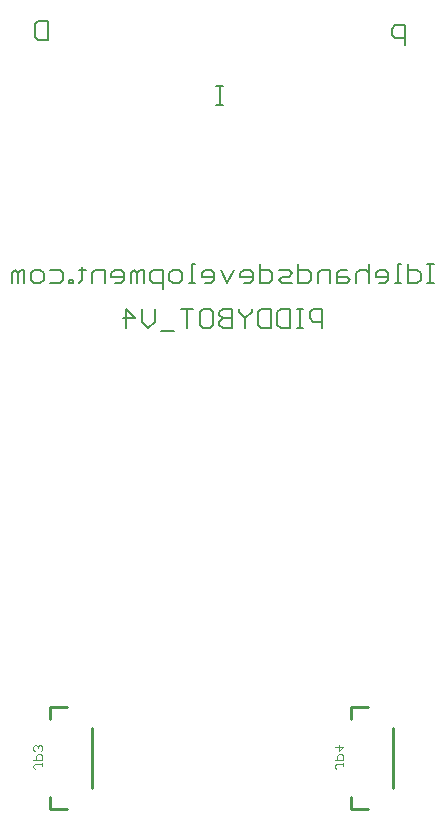
<source format=gbo>
G75*
%MOIN*%
%OFA0B0*%
%FSLAX24Y24*%
%IPPOS*%
%LPD*%
%AMOC8*
5,1,8,0,0,1.08239X$1,22.5*
%
%ADD10C,0.0060*%
%ADD11C,0.0100*%
%ADD12C,0.0030*%
D10*
X006465Y019209D02*
X006465Y019850D01*
X006785Y019529D01*
X006358Y019529D01*
X007002Y019423D02*
X007002Y019850D01*
X007002Y019423D02*
X007216Y019209D01*
X007429Y019423D01*
X007429Y019850D01*
X007698Y020492D02*
X007698Y021132D01*
X007378Y021132D01*
X007271Y021025D01*
X007271Y020812D01*
X007378Y020705D01*
X007698Y020705D01*
X007915Y020812D02*
X007915Y021025D01*
X008022Y021132D01*
X008236Y021132D01*
X008343Y021025D01*
X008343Y020812D01*
X008236Y020705D01*
X008022Y020705D01*
X007915Y020812D01*
X008559Y020705D02*
X008772Y020705D01*
X008665Y020705D02*
X008665Y021346D01*
X008772Y021346D01*
X008990Y021025D02*
X008990Y020919D01*
X009417Y020919D01*
X009417Y021025D02*
X009310Y021132D01*
X009096Y021132D01*
X008990Y021025D01*
X009096Y020705D02*
X009310Y020705D01*
X009417Y020812D01*
X009417Y021025D01*
X009634Y021132D02*
X009848Y020705D01*
X010061Y021132D01*
X010279Y021025D02*
X010279Y020919D01*
X010706Y020919D01*
X010706Y021025D02*
X010599Y021132D01*
X010386Y021132D01*
X010279Y021025D01*
X010386Y020705D02*
X010599Y020705D01*
X010706Y020812D01*
X010706Y021025D01*
X010923Y021132D02*
X011244Y021132D01*
X011350Y021025D01*
X011350Y020812D01*
X011244Y020705D01*
X010923Y020705D01*
X010923Y021346D01*
X011568Y021132D02*
X011888Y021132D01*
X011995Y021025D01*
X011888Y020919D01*
X011675Y020919D01*
X011568Y020812D01*
X011675Y020705D01*
X011995Y020705D01*
X012212Y020705D02*
X012533Y020705D01*
X012639Y020812D01*
X012639Y021025D01*
X012533Y021132D01*
X012212Y021132D01*
X012212Y021346D02*
X012212Y020705D01*
X012857Y020705D02*
X012857Y021025D01*
X012964Y021132D01*
X013284Y021132D01*
X013284Y020705D01*
X013502Y020705D02*
X013502Y021025D01*
X013608Y021132D01*
X013822Y021132D01*
X013822Y020919D02*
X013502Y020919D01*
X013502Y020705D02*
X013822Y020705D01*
X013929Y020812D01*
X013822Y020919D01*
X014146Y021025D02*
X014146Y020705D01*
X014146Y021025D02*
X014253Y021132D01*
X014466Y021132D01*
X014573Y021025D01*
X014791Y021025D02*
X014791Y020919D01*
X015218Y020919D01*
X015218Y021025D02*
X015111Y021132D01*
X014897Y021132D01*
X014791Y021025D01*
X014897Y020705D02*
X015111Y020705D01*
X015218Y020812D01*
X015218Y021025D01*
X015434Y020705D02*
X015647Y020705D01*
X015541Y020705D02*
X015541Y021346D01*
X015647Y021346D01*
X015865Y021346D02*
X015865Y020705D01*
X016185Y020705D01*
X016292Y020812D01*
X016292Y021025D01*
X016185Y021132D01*
X015865Y021132D01*
X016508Y021346D02*
X016722Y021346D01*
X016615Y021346D02*
X016615Y020705D01*
X016722Y020705D02*
X016508Y020705D01*
X014573Y020705D02*
X014573Y021346D01*
X013015Y019850D02*
X013015Y019209D01*
X013015Y019423D02*
X012695Y019423D01*
X012588Y019529D01*
X012588Y019743D01*
X012695Y019850D01*
X013015Y019850D01*
X012371Y019850D02*
X012157Y019850D01*
X012264Y019850D02*
X012264Y019209D01*
X012371Y019209D02*
X012157Y019209D01*
X011941Y019209D02*
X011621Y019209D01*
X011514Y019316D01*
X011514Y019743D01*
X011621Y019850D01*
X011941Y019850D01*
X011941Y019209D01*
X011297Y019209D02*
X010976Y019209D01*
X010870Y019316D01*
X010870Y019743D01*
X010976Y019850D01*
X011297Y019850D01*
X011297Y019209D01*
X010652Y019743D02*
X010439Y019529D01*
X010439Y019209D01*
X010439Y019529D02*
X010225Y019743D01*
X010225Y019850D01*
X010008Y019850D02*
X009687Y019850D01*
X009581Y019743D01*
X009581Y019636D01*
X009687Y019529D01*
X010008Y019529D01*
X010008Y019209D02*
X009687Y019209D01*
X009581Y019316D01*
X009581Y019423D01*
X009687Y019529D01*
X009363Y019316D02*
X009256Y019209D01*
X009043Y019209D01*
X008936Y019316D01*
X008936Y019743D01*
X009043Y019850D01*
X009256Y019850D01*
X009363Y019743D01*
X009363Y019316D01*
X008718Y019850D02*
X008291Y019850D01*
X008505Y019850D02*
X008505Y019209D01*
X008074Y019102D02*
X007647Y019102D01*
X007053Y020705D02*
X007053Y021132D01*
X006947Y021132D01*
X006840Y021025D01*
X006733Y021132D01*
X006626Y021025D01*
X006626Y020705D01*
X006840Y020705D02*
X006840Y021025D01*
X006409Y021025D02*
X006409Y020812D01*
X006302Y020705D01*
X006089Y020705D01*
X005982Y020919D02*
X006409Y020919D01*
X006409Y021025D02*
X006302Y021132D01*
X006089Y021132D01*
X005982Y021025D01*
X005982Y020919D01*
X005764Y021132D02*
X005764Y020705D01*
X005764Y021132D02*
X005444Y021132D01*
X005337Y021025D01*
X005337Y020705D01*
X005013Y020812D02*
X004906Y020705D01*
X005013Y020812D02*
X005013Y021239D01*
X005120Y021132D02*
X004906Y021132D01*
X004690Y020812D02*
X004583Y020812D01*
X004583Y020705D01*
X004690Y020705D01*
X004690Y020812D01*
X004368Y020812D02*
X004261Y020705D01*
X003941Y020705D01*
X003723Y020812D02*
X003723Y021025D01*
X003616Y021132D01*
X003403Y021132D01*
X003296Y021025D01*
X003296Y020812D01*
X003403Y020705D01*
X003616Y020705D01*
X003723Y020812D01*
X003941Y021132D02*
X004261Y021132D01*
X004368Y021025D01*
X004368Y020812D01*
X003079Y020705D02*
X003079Y021132D01*
X002972Y021132D01*
X002865Y021025D01*
X002758Y021132D01*
X002652Y021025D01*
X002652Y020705D01*
X002865Y020705D02*
X002865Y021025D01*
X003549Y028811D02*
X003442Y028918D01*
X003442Y029345D01*
X003549Y029452D01*
X003869Y029452D01*
X003869Y028811D01*
X003549Y028811D01*
X009482Y027286D02*
X009696Y027286D01*
X009589Y027286D02*
X009589Y026646D01*
X009696Y026646D02*
X009482Y026646D01*
X010008Y019850D02*
X010008Y019209D01*
X010652Y019743D02*
X010652Y019850D01*
X015759Y028654D02*
X015759Y029294D01*
X015439Y029294D01*
X015332Y029187D01*
X015332Y028974D01*
X015439Y028867D01*
X015759Y028867D01*
D11*
X014526Y006583D02*
X013976Y006583D01*
X013976Y006183D01*
X015376Y005883D02*
X015376Y003883D01*
X014526Y003183D02*
X013976Y003183D01*
X013976Y003583D01*
X005337Y003883D02*
X005337Y005883D01*
X004487Y006583D02*
X003937Y006583D01*
X003937Y006183D01*
X003937Y003583D02*
X003937Y003183D01*
X004487Y003183D01*
D12*
X003430Y004515D02*
X003382Y004563D01*
X003382Y004611D01*
X003430Y004660D01*
X003672Y004660D01*
X003672Y004708D02*
X003672Y004611D01*
X003672Y004809D02*
X003672Y004954D01*
X003623Y005003D01*
X003527Y005003D01*
X003478Y004954D01*
X003478Y004809D01*
X003382Y004809D02*
X003672Y004809D01*
X003623Y005104D02*
X003672Y005152D01*
X003672Y005249D01*
X003623Y005297D01*
X003575Y005297D01*
X003527Y005249D01*
X003478Y005297D01*
X003430Y005297D01*
X003382Y005249D01*
X003382Y005152D01*
X003430Y005104D01*
X003527Y005201D02*
X003527Y005249D01*
X013421Y005249D02*
X013711Y005249D01*
X013566Y005104D01*
X013566Y005297D01*
X013566Y005003D02*
X013518Y004954D01*
X013518Y004809D01*
X013421Y004809D02*
X013711Y004809D01*
X013711Y004954D01*
X013663Y005003D01*
X013566Y005003D01*
X013711Y004708D02*
X013711Y004611D01*
X013711Y004660D02*
X013469Y004660D01*
X013421Y004611D01*
X013421Y004563D01*
X013469Y004515D01*
M02*

</source>
